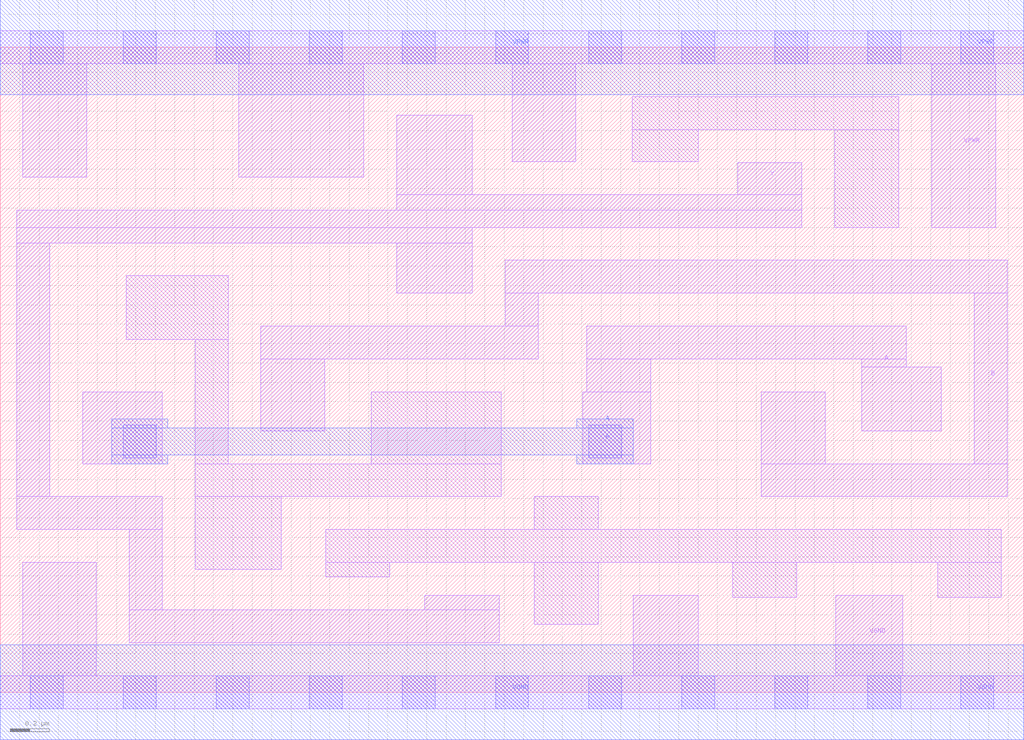
<source format=lef>
# Copyright 2020 The SkyWater PDK Authors
#
# Licensed under the Apache License, Version 2.0 (the "License");
# you may not use this file except in compliance with the License.
# You may obtain a copy of the License at
#
#     https://www.apache.org/licenses/LICENSE-2.0
#
# Unless required by applicable law or agreed to in writing, software
# distributed under the License is distributed on an "AS IS" BASIS,
# WITHOUT WARRANTIES OR CONDITIONS OF ANY KIND, either express or implied.
# See the License for the specific language governing permissions and
# limitations under the License.
#
# SPDX-License-Identifier: Apache-2.0

VERSION 5.7 ;
  NAMESCASESENSITIVE ON ;
  NOWIREEXTENSIONATPIN ON ;
  DIVIDERCHAR "/" ;
  BUSBITCHARS "[]" ;
UNITS
  DATABASE MICRONS 200 ;
END UNITS
MACRO sky130_fd_sc_ms__xnor2_2
  CLASS CORE ;
  SOURCE USER ;
  FOREIGN sky130_fd_sc_ms__xnor2_2 ;
  ORIGIN  0.000000  0.000000 ;
  SIZE  5.280000 BY  3.330000 ;
  SYMMETRY X Y ;
  SITE unit ;
  PIN A
    ANTENNAGATEAREA  0.916200 ;
    DIRECTION INPUT ;
    USE SIGNAL ;
    PORT
      LAYER li1 ;
        RECT 0.425000 1.180000 0.835000 1.550000 ;
        RECT 3.005000 1.180000 3.355000 1.550000 ;
        RECT 3.025000 1.550000 3.355000 1.720000 ;
        RECT 3.025000 1.720000 4.675000 1.890000 ;
        RECT 4.445000 1.350000 4.855000 1.680000 ;
        RECT 4.445000 1.680000 4.675000 1.720000 ;
      LAYER mcon ;
        RECT 0.635000 1.210000 0.805000 1.380000 ;
        RECT 3.035000 1.210000 3.205000 1.380000 ;
      LAYER met1 ;
        RECT 0.575000 1.180000 0.865000 1.225000 ;
        RECT 0.575000 1.225000 3.265000 1.365000 ;
        RECT 0.575000 1.365000 0.865000 1.410000 ;
        RECT 2.975000 1.180000 3.265000 1.225000 ;
        RECT 2.975000 1.365000 3.265000 1.410000 ;
    END
  END A
  PIN B
    ANTENNAGATEAREA  0.916200 ;
    DIRECTION INPUT ;
    USE SIGNAL ;
    PORT
      LAYER li1 ;
        RECT 1.345000 1.350000 1.675000 1.720000 ;
        RECT 1.345000 1.720000 2.775000 1.890000 ;
        RECT 2.605000 1.890000 2.775000 2.060000 ;
        RECT 2.605000 2.060000 5.195000 2.230000 ;
        RECT 3.925000 1.010000 5.195000 1.180000 ;
        RECT 3.925000 1.180000 4.255000 1.550000 ;
        RECT 5.025000 1.180000 5.195000 2.060000 ;
    END
  END B
  PIN Y
    ANTENNADIFFAREA  1.005600 ;
    DIRECTION OUTPUT ;
    USE SIGNAL ;
    PORT
      LAYER li1 ;
        RECT 0.085000 0.840000 0.835000 1.010000 ;
        RECT 0.085000 1.010000 0.255000 2.320000 ;
        RECT 0.085000 2.320000 2.435000 2.400000 ;
        RECT 0.085000 2.400000 4.135000 2.490000 ;
        RECT 0.665000 0.255000 2.575000 0.425000 ;
        RECT 0.665000 0.425000 0.835000 0.840000 ;
        RECT 2.045000 2.060000 2.435000 2.320000 ;
        RECT 2.045000 2.490000 4.135000 2.570000 ;
        RECT 2.045000 2.570000 2.435000 2.980000 ;
        RECT 2.190000 0.425000 2.575000 0.500000 ;
        RECT 3.805000 2.570000 4.135000 2.735000 ;
    END
  END Y
  PIN VGND
    DIRECTION INOUT ;
    USE GROUND ;
    PORT
      LAYER li1 ;
        RECT 0.000000 -0.085000 5.280000 0.085000 ;
        RECT 0.115000  0.085000 0.495000 0.670000 ;
        RECT 3.265000  0.085000 3.600000 0.500000 ;
        RECT 4.310000  0.085000 4.655000 0.500000 ;
      LAYER mcon ;
        RECT 0.155000 -0.085000 0.325000 0.085000 ;
        RECT 0.635000 -0.085000 0.805000 0.085000 ;
        RECT 1.115000 -0.085000 1.285000 0.085000 ;
        RECT 1.595000 -0.085000 1.765000 0.085000 ;
        RECT 2.075000 -0.085000 2.245000 0.085000 ;
        RECT 2.555000 -0.085000 2.725000 0.085000 ;
        RECT 3.035000 -0.085000 3.205000 0.085000 ;
        RECT 3.515000 -0.085000 3.685000 0.085000 ;
        RECT 3.995000 -0.085000 4.165000 0.085000 ;
        RECT 4.475000 -0.085000 4.645000 0.085000 ;
        RECT 4.955000 -0.085000 5.125000 0.085000 ;
      LAYER met1 ;
        RECT 0.000000 -0.245000 5.280000 0.245000 ;
    END
  END VGND
  PIN VPWR
    DIRECTION INOUT ;
    USE POWER ;
    PORT
      LAYER li1 ;
        RECT 0.000000 3.245000 5.280000 3.415000 ;
        RECT 0.115000 2.660000 0.445000 3.245000 ;
        RECT 1.230000 2.660000 1.875000 3.245000 ;
        RECT 2.640000 2.740000 2.970000 3.245000 ;
        RECT 4.805000 2.400000 5.135000 3.245000 ;
      LAYER mcon ;
        RECT 0.155000 3.245000 0.325000 3.415000 ;
        RECT 0.635000 3.245000 0.805000 3.415000 ;
        RECT 1.115000 3.245000 1.285000 3.415000 ;
        RECT 1.595000 3.245000 1.765000 3.415000 ;
        RECT 2.075000 3.245000 2.245000 3.415000 ;
        RECT 2.555000 3.245000 2.725000 3.415000 ;
        RECT 3.035000 3.245000 3.205000 3.415000 ;
        RECT 3.515000 3.245000 3.685000 3.415000 ;
        RECT 3.995000 3.245000 4.165000 3.415000 ;
        RECT 4.475000 3.245000 4.645000 3.415000 ;
        RECT 4.955000 3.245000 5.125000 3.415000 ;
      LAYER met1 ;
        RECT 0.000000 3.085000 5.280000 3.575000 ;
    END
  END VPWR
  OBS
    LAYER li1 ;
      RECT 0.650000 1.820000 1.175000 2.150000 ;
      RECT 1.005000 0.635000 1.450000 1.010000 ;
      RECT 1.005000 1.010000 2.585000 1.180000 ;
      RECT 1.005000 1.180000 1.175000 1.820000 ;
      RECT 1.680000 0.595000 2.010000 0.670000 ;
      RECT 1.680000 0.670000 5.165000 0.840000 ;
      RECT 1.915000 1.180000 2.585000 1.550000 ;
      RECT 2.755000 0.350000 3.085000 0.670000 ;
      RECT 2.755000 0.840000 3.085000 1.010000 ;
      RECT 3.260000 2.740000 3.600000 2.905000 ;
      RECT 3.260000 2.905000 4.635000 3.075000 ;
      RECT 3.780000 0.490000 4.110000 0.670000 ;
      RECT 4.305000 2.400000 4.635000 2.905000 ;
      RECT 4.835000 0.490000 5.165000 0.670000 ;
  END
END sky130_fd_sc_ms__xnor2_2

</source>
